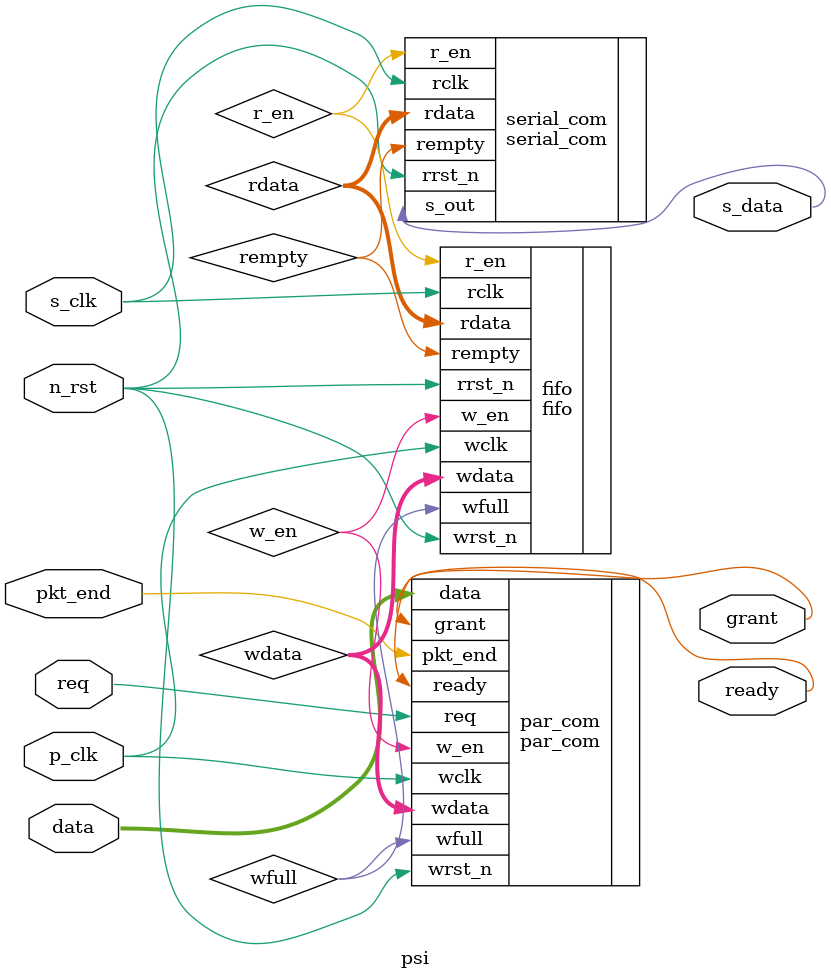
<source format=v>
`include "par_com.v"
`include "serial_com.v"
`include "fifo.v"

module psi #(parameter DSIZE=32, ASIZE=4) (output s_data, grant, ready,
                                            input [DSIZE-1:0] data,      
                                            input req, pkt_end, p_clk, s_clk, n_rst);

    wire [DSIZE:0] wdata, rdata;
    wire w_en, wfull, r_en, rempty;

    par_com #(.DSIZE(DSIZE)) par_com (.wdata(wdata), .grant(grant), .w_en(w_en), .ready(ready), .data(data), .req(req), .pkt_end(pkt_end), .wfull(wfull), .wclk(p_clk), .wrst_n(n_rst));
    fifo #(.DSIZE(DSIZE+1), .ASIZE(ASIZE)) fifo (.rdata(rdata), .rempty(rempty), .wfull(wfull), .wdata(wdata), .w_en(w_en), .r_en(r_en), .wclk(p_clk), .rclk(s_clk), .wrst_n(n_rst), .rrst_n(n_rst));
    serial_com #(.DSIZE(DSIZE)) serial_com (.s_out(s_data), .r_en(r_en), .rdata(rdata), .rempty(rempty), .rclk(s_clk), .rrst_n(n_rst));

endmodule
</source>
